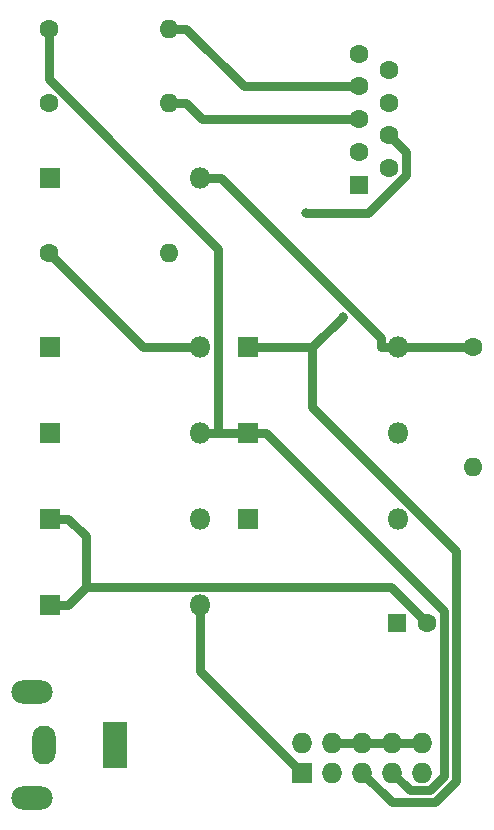
<source format=gbr>
G04 #@! TF.GenerationSoftware,KiCad,Pcbnew,5.1.4-3.fc30*
G04 #@! TF.CreationDate,2019-09-19T16:23:22+02:00*
G04 #@! TF.ProjectId,dasa,64617361-2e6b-4696-9361-645f70636258,rev?*
G04 #@! TF.SameCoordinates,Original*
G04 #@! TF.FileFunction,Copper,L2,Bot*
G04 #@! TF.FilePolarity,Positive*
%FSLAX46Y46*%
G04 Gerber Fmt 4.6, Leading zero omitted, Abs format (unit mm)*
G04 Created by KiCad (PCBNEW 5.1.4-3.fc30) date 2019-09-19 16:23:22*
%MOMM*%
%LPD*%
G04 APERTURE LIST*
%ADD10O,3.500000X2.000000*%
%ADD11O,2.000000X3.300000*%
%ADD12R,2.000000X4.000000*%
%ADD13O,1.600000X1.600000*%
%ADD14C,1.600000*%
%ADD15O,1.727200X1.727200*%
%ADD16R,1.727200X1.727200*%
%ADD17R,1.600000X1.600000*%
%ADD18O,1.800000X1.800000*%
%ADD19R,1.800000X1.800000*%
%ADD20C,0.800000*%
%ADD21C,0.800000*%
G04 APERTURE END LIST*
D10*
X114310000Y-112680000D03*
X114310000Y-103680000D03*
D11*
X115310000Y-108180000D03*
D12*
X121310000Y-108180000D03*
D13*
X151638000Y-84630000D03*
D14*
X151638000Y-74470000D03*
D13*
X125884000Y-47498000D03*
D14*
X115724000Y-47498000D03*
D13*
X125884000Y-53770700D03*
D14*
X115724000Y-53770700D03*
D13*
X125884000Y-66516000D03*
D14*
X115724000Y-66516000D03*
D15*
X147320000Y-107950000D03*
X147320000Y-110490000D03*
X144780000Y-107950000D03*
X144780000Y-110490000D03*
X142240000Y-107950000D03*
X142240000Y-110490000D03*
X139700000Y-107950000D03*
X139700000Y-110490000D03*
X137160000Y-107950000D03*
D16*
X137160000Y-110490000D03*
D14*
X144526000Y-51011000D03*
X144526000Y-53781000D03*
X144526000Y-56551000D03*
X144526000Y-59321000D03*
X141986000Y-49626000D03*
X141986000Y-52396000D03*
X141986000Y-55166000D03*
X141986000Y-57936000D03*
D17*
X141986000Y-60706000D03*
D18*
X128524000Y-89000700D03*
D19*
X115824000Y-89000700D03*
D18*
X145288000Y-89000700D03*
D19*
X132588000Y-89000700D03*
D18*
X128524000Y-74470000D03*
D19*
X115824000Y-74470000D03*
D18*
X145288000Y-74470000D03*
D19*
X132588000Y-74470000D03*
D18*
X128524000Y-81735300D03*
D19*
X115824000Y-81735300D03*
D18*
X145288000Y-81735300D03*
D19*
X132588000Y-81735300D03*
D18*
X128524000Y-96266000D03*
D19*
X115824000Y-96266000D03*
D18*
X128524000Y-60143300D03*
D19*
X115824000Y-60143300D03*
D14*
X147688000Y-97790000D03*
D17*
X145188000Y-97790000D03*
D20*
X140577700Y-71881500D03*
X137489300Y-63140000D03*
D21*
X118824600Y-94765700D02*
X117324300Y-96266000D01*
X147688000Y-97790000D02*
X144663700Y-94765700D01*
X144663700Y-94765700D02*
X118824600Y-94765700D01*
X118824600Y-94765700D02*
X118824600Y-90501000D01*
X118824600Y-90501000D02*
X117324300Y-89000700D01*
X115824000Y-89000700D02*
X117324300Y-89000700D01*
X115824000Y-96266000D02*
X117324300Y-96266000D01*
X145288000Y-74470000D02*
X143787700Y-74470000D01*
X143787700Y-74470000D02*
X143787700Y-73672500D01*
X143787700Y-73672500D02*
X130258500Y-60143300D01*
X130258500Y-60143300D02*
X130024300Y-60143300D01*
X145288000Y-74470000D02*
X151638000Y-74470000D01*
X128524000Y-60143300D02*
X130024300Y-60143300D01*
X128524000Y-96266000D02*
X128524000Y-101854000D01*
X128524000Y-101854000D02*
X137160000Y-110490000D01*
X132588000Y-81735300D02*
X134088300Y-81735300D01*
X134088300Y-81735300D02*
X149128600Y-96775600D01*
X149128600Y-96775600D02*
X149128600Y-110771600D01*
X149128600Y-110771600D02*
X147926900Y-111973300D01*
X147926900Y-111973300D02*
X146263300Y-111973300D01*
X146263300Y-111973300D02*
X144780000Y-110490000D01*
X130056000Y-81735300D02*
X132588000Y-81735300D01*
X130056000Y-81735300D02*
X130056000Y-66122200D01*
X130056000Y-66122200D02*
X115724000Y-51790200D01*
X115724000Y-51790200D02*
X115724000Y-47498000D01*
X130056000Y-81735300D02*
X128524000Y-81735300D01*
X137989200Y-74470000D02*
X132588000Y-74470000D01*
X140577700Y-71881500D02*
X137989200Y-74470000D01*
X137989200Y-74470000D02*
X137989200Y-79574800D01*
X137989200Y-79574800D02*
X150136500Y-91722100D01*
X150136500Y-91722100D02*
X150136500Y-111221300D01*
X150136500Y-111221300D02*
X148380200Y-112977600D01*
X148380200Y-112977600D02*
X144727600Y-112977600D01*
X144727600Y-112977600D02*
X142240000Y-110490000D01*
X128524000Y-74470000D02*
X123678000Y-74470000D01*
X123678000Y-74470000D02*
X115724000Y-66516000D01*
X144780000Y-107950000D02*
X147320000Y-107950000D01*
X142240000Y-107950000D02*
X144780000Y-107950000D01*
X139700000Y-107950000D02*
X142240000Y-107950000D01*
X144526000Y-56551000D02*
X145936800Y-57961800D01*
X145936800Y-57961800D02*
X145936800Y-59890700D01*
X145936800Y-59890700D02*
X142687500Y-63140000D01*
X142687500Y-63140000D02*
X137489300Y-63140000D01*
X125884000Y-47498000D02*
X127284300Y-47498000D01*
X141986000Y-52396000D02*
X132182300Y-52396000D01*
X132182300Y-52396000D02*
X127284300Y-47498000D01*
X125884000Y-53770700D02*
X127284300Y-53770700D01*
X141986000Y-55166000D02*
X128679600Y-55166000D01*
X128679600Y-55166000D02*
X127284300Y-53770700D01*
M02*

</source>
